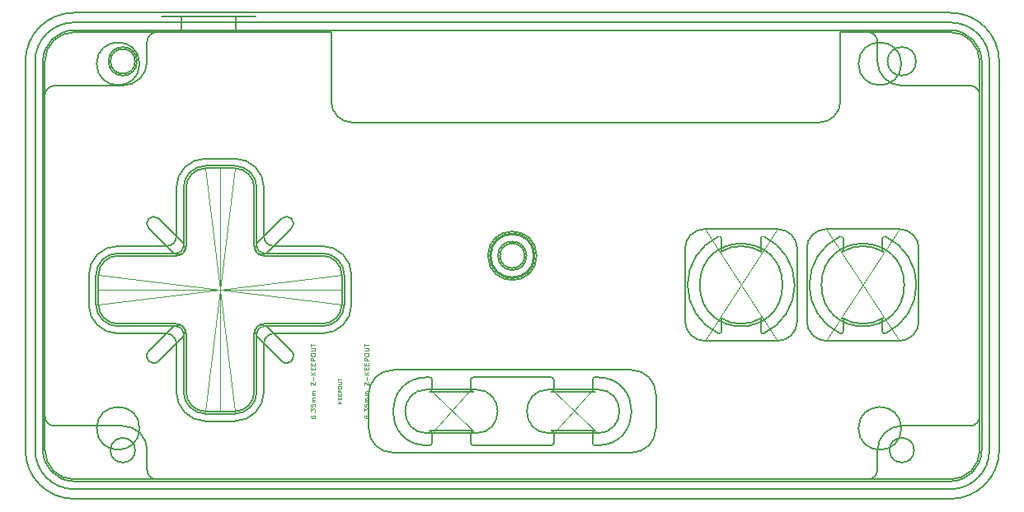
<source format=gbr>
%TF.GenerationSoftware,KiCad,Pcbnew,(6.0.6)*%
%TF.CreationDate,2022-07-15T17:58:14+10:00*%
%TF.ProjectId,SolderingInduction,536f6c64-6572-4696-9e67-496e64756374,1.0.0*%
%TF.SameCoordinates,PX8f0d180PY8f0d180*%
%TF.FileFunction,Other,Comment*%
%FSLAX46Y46*%
G04 Gerber Fmt 4.6, Leading zero omitted, Abs format (unit mm)*
G04 Created by KiCad (PCBNEW (6.0.6)) date 2022-07-15 17:58:14*
%MOMM*%
%LPD*%
G01*
G04 APERTURE LIST*
%ADD10C,0.200000*%
%ADD11C,0.010000*%
%ADD12C,0.125000*%
%ADD13C,0.070000*%
%ADD14C,0.150000*%
G04 APERTURE END LIST*
D10*
X-48000000Y-16500000D02*
G75*
G03*
X-47000000Y-17500000I1000000J0D01*
G01*
D11*
X-30000000Y-3500000D02*
X-17500000Y-3500000D01*
D10*
X27750000Y-3000000D02*
G75*
G03*
X27750000Y-3000000I-4250000J0D01*
G01*
X-36500000Y-23000000D02*
X36500000Y-23000000D01*
X-25500000Y2000000D02*
G75*
G03*
X-24500000Y1000000I1000000J0D01*
G01*
X47000000Y17500000D02*
X40000000Y17500000D01*
X8750000Y-18250000D02*
G75*
G03*
X8750000Y-13750000I0J2250000D01*
G01*
X49000000Y20000000D02*
G75*
G03*
X45000000Y24000000I-4000000J0D01*
G01*
X41264500Y-20000000D02*
G75*
G03*
X41264500Y-20000000I-1264500J0D01*
G01*
X48000000Y-16500000D02*
X48000000Y16500000D01*
X21500000Y-6605551D02*
X21500000Y-7743416D01*
X-4000000Y-18000000D02*
X-8500000Y-18000000D01*
X40000000Y-17500000D02*
X47000000Y-17500000D01*
X-8250000Y-18250000D02*
G75*
G03*
X-8500000Y-18000000I-250000J0D01*
G01*
X38117674Y-6393503D02*
G75*
G03*
X38000000Y-6605551I132126J-211997D01*
G01*
X38357143Y-7969293D02*
G75*
G03*
X38357143Y1969293I-2357143J4969293D01*
G01*
X-36500000Y23000000D02*
X-45000000Y23000000D01*
X-4250000Y-19250000D02*
X-4250000Y-18250000D01*
X-33500000Y-14000000D02*
G75*
G03*
X-31500000Y-16000000I2000000J0D01*
G01*
X-26207114Y1292900D02*
G75*
G03*
X-26207107Y292893I500014J-500000D01*
G01*
X-34000000Y23000000D02*
X-36000000Y23000000D01*
X-3750000Y-13750000D02*
X-8750000Y-13750000D01*
X-31500000Y10000000D02*
G75*
G03*
X-34500000Y7000000I0J-3000000D01*
G01*
X33882326Y393503D02*
G75*
G03*
X34000000Y605551I-132126J211997D01*
G01*
X-28400000Y24600000D02*
X-26400000Y24600000D01*
X-28400000Y24600000D02*
X-28400000Y23000000D01*
X-40500000Y-7250000D02*
X-34500000Y-7250000D01*
X29250000Y750000D02*
X29250000Y-6750000D01*
X21500000Y1743416D02*
X21500000Y605551D01*
X39750000Y-8750000D02*
G75*
G03*
X41750000Y-6750000I0J2000000D01*
G01*
D11*
X-30000000Y-3500000D02*
X-30000000Y9000000D01*
D10*
X38000000Y-7743416D02*
X38000000Y-6605551D01*
X19750000Y2750000D02*
G75*
G03*
X17750000Y750000I0J-2000000D01*
G01*
X19750000Y2750000D02*
X27250000Y2750000D01*
X-50000000Y-20000000D02*
G75*
G03*
X-45000000Y-25000000I5000000J0D01*
G01*
X50000000Y20000000D02*
X50000000Y-20000000D01*
X-19500000Y250000D02*
X-25500000Y250000D01*
X-28400000Y24600000D02*
X-28400000Y23000000D01*
X2500000Y0D02*
G75*
G03*
X2500000Y0I-2500000J0D01*
G01*
X-37500000Y-22000000D02*
G75*
G03*
X-36500000Y-23000000I1000000J0D01*
G01*
X-28500000Y-16250000D02*
G75*
G03*
X-26250000Y-14000000I0J2250000D01*
G01*
X40000000Y-17500000D02*
X47000000Y-17500000D01*
X-33792893Y-7292893D02*
G75*
G03*
X-34792893Y-7292893I-500000J-499999D01*
G01*
X-42500000Y-2000000D02*
X-42500000Y-5000000D01*
D11*
X32250000Y-8750000D02*
X39750000Y2750000D01*
D10*
X-19500000Y-8000000D02*
X-24500000Y-8000000D01*
X8500000Y-18000000D02*
X4000000Y-18000000D01*
X27250000Y-8750000D02*
X19750000Y-8750000D01*
X4250000Y-12750000D02*
G75*
G03*
X4000000Y-12500000I-250000J0D01*
G01*
X40250000Y-3000000D02*
G75*
G03*
X40250000Y-3000000I-4250000J0D01*
G01*
X-26207100Y-7292900D02*
G75*
G03*
X-26207107Y-8292893I500000J-500000D01*
G01*
X-36000000Y24600000D02*
X-34000000Y24600000D01*
X33882353Y-6393460D02*
G75*
G03*
X38117647Y-6393460I2117647J3393460D01*
G01*
X45000000Y-24000000D02*
G75*
G03*
X49000000Y-20000000I0J4000000D01*
G01*
X-33500000Y7000000D02*
X-33500000Y1000000D01*
X8750000Y-19500000D02*
X8500000Y-19500000D01*
X8250000Y-13750000D02*
X8250000Y-12750000D01*
X-37500000Y-20000000D02*
X-37500000Y-22000000D01*
X8250000Y-19250000D02*
G75*
G03*
X8500000Y-19500000I250000J0D01*
G01*
X-40500000Y1000000D02*
G75*
G03*
X-43500000Y-2000000I0J-3000000D01*
G01*
X-28500000Y-17000000D02*
X-31500000Y-17000000D01*
X-4250000Y-13750000D02*
G75*
G03*
X-4000000Y-14000000I250000J0D01*
G01*
X37500000Y20000000D02*
G75*
G03*
X40000000Y17500000I2500000J0D01*
G01*
X29250000Y750000D02*
G75*
G03*
X27250000Y2750000I-2000000J0D01*
G01*
X-17250000Y-2000000D02*
G75*
G03*
X-19500000Y250000I-2250000J0D01*
G01*
X-8500000Y-19500000D02*
X-8750000Y-19500000D01*
X-28500000Y-16000000D02*
G75*
G03*
X-26500000Y-14000000I0J2000000D01*
G01*
X-23671573Y-10828427D02*
G75*
G03*
X-22671573Y-9828427I500000J500000D01*
G01*
X-34000000Y25000000D02*
X-36400000Y25000000D01*
X-37500000Y-20000000D02*
G75*
G03*
X-40000000Y-17500000I-2500000J0D01*
G01*
X-45000000Y24000000D02*
G75*
G03*
X-49000000Y20000000I0J-4000000D01*
G01*
X-35500000Y1000000D02*
G75*
G03*
X-34500000Y2000000I0J1000000D01*
G01*
X47000000Y-17500000D02*
G75*
G03*
X48000000Y-16500000I0J1000000D01*
G01*
X-50000000Y20000000D02*
X-50000000Y-20000000D01*
X-42500000Y-5000000D02*
G75*
G03*
X-40500000Y-7000000I2000000J0D01*
G01*
X37500000Y-22000000D02*
X37500000Y-20000000D01*
X-19500000Y-7000000D02*
G75*
G03*
X-17500000Y-5000000I0J2000000D01*
G01*
X37500000Y20000000D02*
G75*
G03*
X40000000Y17500000I2500000J0D01*
G01*
X4250000Y-18250000D02*
G75*
G03*
X4000000Y-18000000I-250000J0D01*
G01*
X-36500000Y23000000D02*
G75*
G03*
X-37500000Y22000000I0J-1000000D01*
G01*
D11*
X32250000Y2750000D02*
X39750000Y-8750000D01*
D10*
X-48200000Y-20000000D02*
X-48200000Y20000000D01*
X1264500Y0D02*
G75*
G03*
X1264500Y0I-1264500J0D01*
G01*
X-34000000Y25000000D02*
X-28400000Y25000000D01*
X41750000Y750000D02*
X41750000Y-6750000D01*
X-45000000Y25000000D02*
X45000000Y25000000D01*
X34500000Y25000000D02*
X-19400000Y25000000D01*
X-37500000Y-20000000D02*
X-37500000Y-22000000D01*
X12250000Y-20250000D02*
G75*
G03*
X14750000Y-17750000I0J2500000D01*
G01*
X-16500000Y-2000000D02*
X-16500000Y-5000000D01*
X48000000Y16500000D02*
G75*
G03*
X47000000Y17500000I-1000000J0D01*
G01*
X33642863Y-7969280D02*
G75*
G03*
X34000000Y-7743416I107137J225880D01*
G01*
X41464500Y20000000D02*
G75*
G03*
X41464500Y20000000I-1464500J0D01*
G01*
X4250000Y-12750000D02*
X4250000Y-13750000D01*
X-48000000Y-16500000D02*
G75*
G03*
X-47000000Y-17500000I1000000J0D01*
G01*
X-38735500Y-20000000D02*
G75*
G03*
X-38735500Y-20000000I-1264500J0D01*
G01*
X21382353Y-6393460D02*
G75*
G03*
X25617647Y-6393460I2117647J3393460D01*
G01*
X3750000Y-13750000D02*
X8750000Y-13750000D01*
X8250000Y-13750000D02*
G75*
G03*
X8500000Y-14000000I250000J0D01*
G01*
X-38735500Y20000000D02*
G75*
G03*
X-38735500Y20000000I-1264500J0D01*
G01*
X-31500000Y10000000D02*
X-28500000Y10000000D01*
X-19500000Y0D02*
X-25500000Y0D01*
X-40500000Y-7000000D02*
X-34500000Y-7000000D01*
X36500000Y23000000D02*
X45000000Y23000000D01*
X-34000000Y23000000D02*
X-28400000Y23000000D01*
X4000000Y-19500000D02*
X-4000000Y-19500000D01*
X-45000000Y-25000000D02*
X45000000Y-25000000D01*
X-26000000Y25000000D02*
X-28400000Y25000000D01*
X-47000000Y17500000D02*
G75*
G03*
X-48000000Y16500000I0J-1000000D01*
G01*
X-8500000Y-14000000D02*
G75*
G03*
X-8250000Y-13750000I0J250000D01*
G01*
X-8250000Y-18250000D02*
X-8250000Y-19250000D01*
X-33792893Y1292893D02*
X-36328427Y3828427D01*
D11*
X4250000Y-18250000D02*
X8250000Y-13750000D01*
X-30000000Y-3500000D02*
X-42500000Y-3500000D01*
D10*
X-4000000Y-12500000D02*
G75*
G03*
X-4250000Y-12750000I0J-250000D01*
G01*
X4000000Y-14000000D02*
X8500000Y-14000000D01*
X25857143Y-7969293D02*
G75*
G03*
X25857143Y1969293I-2357143J4969293D01*
G01*
X-8750000Y-18250000D02*
X-3750000Y-18250000D01*
X-31500000Y9000000D02*
G75*
G03*
X-33500000Y7000000I0J-2000000D01*
G01*
X-33750000Y-8000000D02*
G75*
G03*
X-34500000Y-7250000I-750000J0D01*
G01*
X45000000Y-23200000D02*
G75*
G03*
X48200000Y-20000000I0J3200000D01*
G01*
X32250000Y2750000D02*
G75*
G03*
X30250000Y750000I0J-2000000D01*
G01*
X-48000000Y20000000D02*
X-48000000Y16500000D01*
X-34500000Y250000D02*
X-40500000Y250000D01*
X-33750000Y-14000000D02*
G75*
G03*
X-31500000Y-16250000I2250000J0D01*
G01*
X-24500000Y1000000D02*
X-19500000Y1000000D01*
X25617647Y393460D02*
G75*
G03*
X21382353Y393460I-2117647J-3393460D01*
G01*
X-28400000Y24600000D02*
X-34000000Y24600000D01*
X41750000Y750000D02*
G75*
G03*
X39750000Y2750000I-2000000J0D01*
G01*
X-31500000Y-16250000D02*
X-28500000Y-16250000D01*
X-4000000Y-18000000D02*
G75*
G03*
X-4250000Y-18250000I0J-250000D01*
G01*
X40000000Y-17500000D02*
G75*
G03*
X37500000Y-20000000I0J-2500000D01*
G01*
X-36328427Y-10828427D02*
X-33792893Y-8292893D01*
X-4000000Y-12500000D02*
X4000000Y-12500000D01*
X14750000Y-14250000D02*
X14750000Y-17750000D01*
X25500000Y-7743416D02*
X25500000Y-6605551D01*
X-49000000Y-20000000D02*
G75*
G03*
X-45000000Y-24000000I4000000J0D01*
G01*
D11*
X19750000Y-8750000D02*
X27250000Y2750000D01*
D10*
X-25500000Y7000000D02*
X-25500000Y2000000D01*
X37500000Y-22000000D02*
X37500000Y-20000000D01*
X-48000000Y-20000000D02*
X-48000000Y-16500000D01*
X47000000Y-17500000D02*
G75*
G03*
X48000000Y-16500000I0J1000000D01*
G01*
X37500000Y22000000D02*
G75*
G03*
X36500000Y23000000I-1000000J0D01*
G01*
X-38735500Y-20000000D02*
G75*
G03*
X-38735500Y-20000000I-1264500J0D01*
G01*
X-24500000Y-8000000D02*
G75*
G03*
X-25500000Y-9000000I0J-1000000D01*
G01*
X37500000Y20000000D02*
X37500000Y22000000D01*
X-18600000Y23000000D02*
X-36500000Y23000000D01*
D11*
X-3750000Y-18250000D02*
X-8500000Y-13750000D01*
D10*
X-8500000Y-14000000D02*
X-4000000Y-14000000D01*
X-34500000Y0D02*
X-40500000Y0D01*
X-19400000Y25000000D02*
X-45000000Y25000000D01*
X-28400000Y23000000D02*
X-28400000Y24600000D01*
X-12250000Y-11750000D02*
G75*
G03*
X-14750000Y-14250000I0J-2500000D01*
G01*
X-48000000Y16500000D02*
X-48000000Y-16500000D01*
X3750000Y-13750000D02*
G75*
G03*
X3750000Y-18250000I0J-2250000D01*
G01*
X-26250000Y7000000D02*
G75*
G03*
X-28500000Y9250000I-2250000J0D01*
G01*
X-43500000Y-5000000D02*
G75*
G03*
X-40500000Y-8000000I3000000J0D01*
G01*
X-25207107Y-7292893D02*
G75*
G03*
X-26207107Y-7292893I-500000J-499999D01*
G01*
X30250000Y-6750000D02*
G75*
G03*
X32250000Y-8750000I2000000J0D01*
G01*
X48000000Y20000000D02*
X48000000Y16500000D01*
X39750000Y-8750000D02*
X32250000Y-8750000D01*
X-50000000Y-20000000D02*
X-50000000Y20000000D01*
X38117647Y393460D02*
G75*
G03*
X33882353Y393460I-2117647J-3393460D01*
G01*
X-33750000Y-8000000D02*
X-33750000Y-14000000D01*
X-36328427Y3828427D02*
G75*
G03*
X-37328427Y2828427I-500000J-500000D01*
G01*
X45000000Y-23000000D02*
X36500000Y-23000000D01*
X-36500000Y23000000D02*
G75*
G03*
X-37500000Y22000000I0J-1000000D01*
G01*
X-28400000Y23000000D02*
X-28400000Y24600000D01*
X-34000000Y24600000D02*
X-28400000Y24600000D01*
X-47000000Y-17500000D02*
X-40000000Y-17500000D01*
X2300000Y0D02*
G75*
G03*
X2300000Y0I-2300000J0D01*
G01*
X-34000000Y23000000D02*
X-34000000Y24600000D01*
X-45000000Y23200000D02*
G75*
G03*
X-48200000Y20000000I0J-3200000D01*
G01*
X4250000Y-18250000D02*
X4250000Y-19250000D01*
X-8250000Y-12750000D02*
G75*
G03*
X-8500000Y-12500000I-250000J0D01*
G01*
X25857137Y1969280D02*
G75*
G03*
X25500000Y1743416I-107137J-225880D01*
G01*
X-48000000Y-20000000D02*
G75*
G03*
X-45000000Y-23000000I3000000J0D01*
G01*
X-34500000Y2000000D02*
X-34500000Y7000000D01*
X38000000Y605551D02*
X38000000Y1743416D01*
X-34000000Y23000000D02*
X-34000000Y24600000D01*
X-26400000Y23000000D02*
X-28400000Y23000000D01*
X50000000Y20000000D02*
G75*
G03*
X45000000Y25000000I-5000000J0D01*
G01*
X8250000Y-19250000D02*
X8250000Y-18250000D01*
X-45000000Y-24000000D02*
X45000000Y-24000000D01*
X33700000Y23000000D02*
X33700000Y15900000D01*
X-47000000Y-17500000D02*
X-40000000Y-17500000D01*
X27250000Y-8750000D02*
G75*
G03*
X29250000Y-6750000I0J2000000D01*
G01*
X36500000Y-23000000D02*
G75*
G03*
X37500000Y-22000000I0J1000000D01*
G01*
X-34500000Y250000D02*
G75*
G03*
X-33750000Y1000000I0J750000D01*
G01*
X21382326Y393503D02*
G75*
G03*
X21500000Y605551I-132126J211997D01*
G01*
X-26500000Y1000000D02*
X-26500000Y7000000D01*
X-26250000Y1000000D02*
X-26250000Y7000000D01*
D11*
X-30000000Y-3500000D02*
X-30000000Y-16000000D01*
D10*
X-33792900Y292900D02*
G75*
G03*
X-33792893Y1292893I-500000J500000D01*
G01*
X30250000Y-6750000D02*
X30250000Y750000D01*
X-14750000Y-17750000D02*
G75*
G03*
X-12250000Y-20250000I2500000J0D01*
G01*
X17750000Y-6750000D02*
G75*
G03*
X19750000Y-8750000I2000000J0D01*
G01*
X-17250000Y-5000000D02*
X-17250000Y-2000000D01*
D11*
X-17500000Y-2000000D02*
X-42500000Y-5000000D01*
D10*
X8500000Y-18000000D02*
G75*
G03*
X8250000Y-18250000I0J-250000D01*
G01*
X25617674Y-6393503D02*
G75*
G03*
X25500000Y-6605551I132126J-211997D01*
G01*
X50000000Y20000000D02*
G75*
G03*
X45000000Y25000000I-5000000J0D01*
G01*
X34000015Y1743416D02*
G75*
G03*
X33642857Y1969293I-250015J-16D01*
G01*
X-45000000Y23000000D02*
G75*
G03*
X-48000000Y20000000I0J-3000000D01*
G01*
X36500000Y-23000000D02*
G75*
G03*
X37500000Y-22000000I0J1000000D01*
G01*
X-12250000Y-11750000D02*
X12250000Y-11750000D01*
X-26207107Y292893D02*
G75*
G03*
X-25207107Y292893I500000J499999D01*
G01*
X25500006Y605551D02*
G75*
G03*
X25617647Y393460I250094J49D01*
G01*
X-42750000Y-2000000D02*
X-42750000Y-5000000D01*
X14750000Y-14250000D02*
G75*
G03*
X12250000Y-11750000I-2500000J0D01*
G01*
X31500000Y13700000D02*
X-16400000Y13700000D01*
X-8750000Y-12500000D02*
X-8500000Y-12500000D01*
X45000000Y-25000000D02*
X-45000000Y-25000000D01*
X-34000000Y24600000D02*
X-34000000Y23000000D01*
X45000000Y-25000000D02*
G75*
G03*
X50000000Y-20000000I0J5000000D01*
G01*
X-47000000Y17500000D02*
X-40000000Y17500000D01*
X-37328427Y2828427D02*
X-34792893Y292893D01*
X21142857Y1969293D02*
G75*
G03*
X21142857Y-7969293I2357143J-4969293D01*
G01*
X38000006Y605551D02*
G75*
G03*
X38117647Y393460I250094J49D01*
G01*
X25500000Y605551D02*
X25500000Y1743416D01*
X45000000Y-23200000D02*
X-45000000Y-23200000D01*
X33999994Y-6605551D02*
G75*
G03*
X33882353Y-6393460I-250094J-49D01*
G01*
X-26207107Y292893D02*
G75*
G03*
X-25500000Y0I707107J707107D01*
G01*
X-37500000Y20000000D02*
X-37500000Y22000000D01*
X-26207107Y-8292893D02*
X-23671573Y-10828427D01*
X21500015Y1743416D02*
G75*
G03*
X21142857Y1969293I-250015J-16D01*
G01*
X-16500000Y-2000000D02*
G75*
G03*
X-19500000Y1000000I-3000000J0D01*
G01*
X-40000000Y17500000D02*
X-47000000Y17500000D01*
X-45000000Y25000000D02*
G75*
G03*
X-50000000Y20000000I0J-5000000D01*
G01*
X21499994Y-6605551D02*
G75*
G03*
X21382353Y-6393460I-250094J-49D01*
G01*
X4000000Y-14000000D02*
G75*
G03*
X4250000Y-13750000I0J250000D01*
G01*
X-35500000Y-8000000D02*
X-40500000Y-8000000D01*
X-3750000Y-18250000D02*
G75*
G03*
X-3750000Y-13750000I0J2250000D01*
G01*
X-48200000Y-20000000D02*
G75*
G03*
X-45000000Y-23200000I3200000J0D01*
G01*
X47000000Y17500000D02*
X40000000Y17500000D01*
X-40000000Y17500000D02*
G75*
G03*
X-37500000Y20000000I0J2500000D01*
G01*
X-45000000Y23200000D02*
X45000000Y23200000D01*
X-43500000Y-5000000D02*
X-43500000Y-2000000D01*
D11*
X-4250000Y-13750000D02*
X-8250000Y-18250000D01*
D10*
X45000000Y25000000D02*
X34500000Y25000000D01*
X8750000Y-19500000D02*
G75*
G03*
X8750000Y-12500000I0J3500000D01*
G01*
D11*
X8750000Y-18250000D02*
X4000000Y-13750000D01*
D10*
X-37500000Y22000000D02*
X-37500000Y20000000D01*
X48200000Y20000000D02*
G75*
G03*
X45000000Y23200000I-3200000J0D01*
G01*
X8500000Y-12500000D02*
G75*
G03*
X8250000Y-12750000I0J-250000D01*
G01*
X-40500000Y0D02*
G75*
G03*
X-42500000Y-2000000I0J-2000000D01*
G01*
X21142863Y-7969280D02*
G75*
G03*
X21500000Y-7743416I107137J225880D01*
G01*
X-28500000Y9250000D02*
X-31500000Y9250000D01*
X-33500000Y-8000000D02*
G75*
G03*
X-33792893Y-7292893I-1000000J0D01*
G01*
D11*
X-31500000Y-16000000D02*
X-28500000Y9000000D01*
D10*
X-45000000Y25000000D02*
G75*
G03*
X-50000000Y20000000I0J-5000000D01*
G01*
X34000000Y1743416D02*
X34000000Y605551D01*
X-8750000Y-13750000D02*
G75*
G03*
X-8750000Y-18250000I0J-2250000D01*
G01*
X-34500000Y-14000000D02*
G75*
G03*
X-31500000Y-17000000I3000000J0D01*
G01*
X-26250000Y1000000D02*
G75*
G03*
X-25500000Y250000I750000J0D01*
G01*
X-4250000Y-19250000D02*
G75*
G03*
X-4000000Y-19500000I250000J0D01*
G01*
X-34500000Y-14000000D02*
X-34500000Y-9000000D01*
X-25500000Y7000000D02*
G75*
G03*
X-28500000Y10000000I-3000000J0D01*
G01*
X-40000000Y17500000D02*
G75*
G03*
X-37500000Y20000000I0J2500000D01*
G01*
X41264500Y-20000000D02*
G75*
G03*
X41264500Y-20000000I-1264500J0D01*
G01*
X-47000000Y17500000D02*
G75*
G03*
X-48000000Y16500000I0J-1000000D01*
G01*
X-26500000Y7000000D02*
G75*
G03*
X-28500000Y9000000I-2000000J0D01*
G01*
X48000000Y-16500000D02*
X48000000Y-20000000D01*
X31500000Y13700000D02*
G75*
G03*
X33700000Y15900000I0J2200000D01*
G01*
X36500000Y23000000D02*
X33700000Y23000000D01*
X-17500000Y-2000000D02*
G75*
G03*
X-19500000Y0I-2000000J0D01*
G01*
X-17500000Y-5000000D02*
X-17500000Y-2000000D01*
X37999985Y-7743416D02*
G75*
G03*
X38357143Y-7969293I250015J16D01*
G01*
X-8750000Y-12500000D02*
G75*
G03*
X-8750000Y-19500000I0J-3500000D01*
G01*
X33642857Y1969293D02*
G75*
G03*
X33642857Y-7969293I2357143J-4969293D01*
G01*
X-8250000Y-12750000D02*
X-8250000Y-13750000D01*
X-26207107Y-7292893D02*
G75*
G03*
X-26500000Y-8000000I707107J-707107D01*
G01*
X-19500000Y-7250000D02*
G75*
G03*
X-17250000Y-5000000I0J2250000D01*
G01*
X45000000Y-25000000D02*
G75*
G03*
X50000000Y-20000000I0J5000000D01*
G01*
X-31500000Y9250000D02*
G75*
G03*
X-33750000Y7000000I0J-2250000D01*
G01*
X8750000Y-18250000D02*
X3750000Y-18250000D01*
X-34792893Y292893D02*
G75*
G03*
X-33792893Y292893I500000J499999D01*
G01*
X-14750000Y-17750000D02*
X-14750000Y-14250000D01*
D11*
X-42500000Y-2000000D02*
X-17500000Y-5000000D01*
D10*
X-26250000Y-14000000D02*
X-26250000Y-8000000D01*
X-33500000Y-8000000D02*
X-33500000Y-14000000D01*
X-33750000Y7000000D02*
X-33750000Y1000000D01*
X-22671573Y2828427D02*
G75*
G03*
X-23671573Y3828427I-500000J500000D01*
G01*
X37500000Y20000000D02*
X37500000Y22000000D01*
X12250000Y-20250000D02*
X-12250000Y-20250000D01*
X-25500000Y-7000000D02*
G75*
G03*
X-26207107Y-7292893I0J-1000000D01*
G01*
X48200000Y20000000D02*
X48200000Y-20000000D01*
X-37500000Y-20000000D02*
G75*
G03*
X-40000000Y-17500000I-2500000J0D01*
G01*
X-28400000Y23000000D02*
X-34000000Y23000000D01*
X-26500000Y1000000D02*
G75*
G03*
X-26207107Y292893I1000000J0D01*
G01*
X-34792893Y-7292893D02*
X-37328427Y-9828427D01*
X-18600000Y15900000D02*
G75*
G03*
X-16400000Y13700000I2200000J0D01*
G01*
X-28400000Y25000000D02*
X-34000000Y25000000D01*
X40000000Y-17500000D02*
G75*
G03*
X37500000Y-20000000I0J-2500000D01*
G01*
X37500000Y22000000D02*
G75*
G03*
X36500000Y23000000I-1000000J0D01*
G01*
X38357137Y1969280D02*
G75*
G03*
X38000000Y1743416I-107137J-225880D01*
G01*
X-26500000Y-14000000D02*
X-26500000Y-8000000D01*
X32250000Y2750000D02*
X39750000Y2750000D01*
X-34500000Y-9000000D02*
G75*
G03*
X-35500000Y-8000000I-1000000J0D01*
G01*
X4000000Y-19500000D02*
G75*
G03*
X4250000Y-19250000I0J250000D01*
G01*
X-28500000Y9000000D02*
X-31500000Y9000000D01*
X-40500000Y1000000D02*
X-35500000Y1000000D01*
X17750000Y-6750000D02*
X17750000Y750000D01*
X-31500000Y-16000000D02*
X-28500000Y-16000000D01*
X-18600000Y15900000D02*
X-18600000Y23000000D01*
X-4250000Y-13750000D02*
X-4250000Y-12750000D01*
X-28500000Y-17000000D02*
G75*
G03*
X-25500000Y-14000000I0J3000000D01*
G01*
X49000000Y-20000000D02*
X49000000Y20000000D01*
X48000000Y16500000D02*
G75*
G03*
X47000000Y17500000I-1000000J0D01*
G01*
X-36500000Y-23000000D02*
X-45000000Y-23000000D01*
X-25500000Y-7000000D02*
X-19500000Y-7000000D01*
X-40500000Y250000D02*
G75*
G03*
X-42750000Y-2000000I0J-2250000D01*
G01*
X-33792893Y292893D02*
G75*
G03*
X-33500000Y1000000I-707107J707107D01*
G01*
D11*
X19750000Y2750000D02*
X27250000Y-8750000D01*
D10*
X-33792886Y-8292900D02*
G75*
G03*
X-33792893Y-7292893I-500014J500000D01*
G01*
X-19500000Y-8000000D02*
G75*
G03*
X-16500000Y-5000000I0J3000000D01*
G01*
X-49000000Y20000000D02*
X-49000000Y-20000000D01*
X-23671573Y3828427D02*
X-26207107Y1292893D01*
X25499985Y-7743416D02*
G75*
G03*
X25857143Y-7969293I250015J16D01*
G01*
X34000000Y-6605551D02*
X34000000Y-7743416D01*
X-25500000Y-9000000D02*
X-25500000Y-14000000D01*
X48000000Y20000000D02*
G75*
G03*
X45000000Y23000000I-3000000J0D01*
G01*
X-33792893Y-7292893D02*
G75*
G03*
X-34500000Y-7000000I-707107J-707107D01*
G01*
D11*
X-28500000Y-16000000D02*
X-31500000Y9000000D01*
D10*
X-25207107Y292893D02*
X-22671573Y2828427D01*
X50000000Y-20000000D02*
X50000000Y20000000D01*
X-37500000Y-22000000D02*
G75*
G03*
X-36500000Y-23000000I1000000J0D01*
G01*
X-22671573Y-9828427D02*
X-25207107Y-7292893D01*
X8500000Y-12500000D02*
X8750000Y-12500000D01*
X-8500000Y-19500000D02*
G75*
G03*
X-8250000Y-19250000I0J250000D01*
G01*
X1464500Y0D02*
G75*
G03*
X1464500Y0I-1464500J0D01*
G01*
X-37328427Y-9828427D02*
G75*
G03*
X-36328427Y-10828427I500000J-500000D01*
G01*
X-34000000Y24600000D02*
X-34000000Y23000000D01*
X45000000Y24000000D02*
X-45000000Y24000000D01*
X-25500000Y-7250000D02*
G75*
G03*
X-26250000Y-8000000I0J-750000D01*
G01*
X-50000000Y-20000000D02*
G75*
G03*
X-45000000Y-25000000I5000000J0D01*
G01*
X-42750000Y-5000000D02*
G75*
G03*
X-40500000Y-7250000I2250000J0D01*
G01*
X-25500000Y-7250000D02*
X-19500000Y-7250000D01*
X-38535500Y20000000D02*
G75*
G03*
X-38535500Y20000000I-1464500J0D01*
G01*
X45000000Y-23000000D02*
G75*
G03*
X48000000Y-20000000I0J3000000D01*
G01*
X-34500000Y0D02*
G75*
G03*
X-33792893Y292893I0J1000000D01*
G01*
D12*
%TO.C,J2*%
X-15223810Y-16471428D02*
X-15223810Y-16566666D01*
X-15200000Y-16614285D01*
X-15176191Y-16638095D01*
X-15104762Y-16685714D01*
X-15009524Y-16709523D01*
X-14819048Y-16709523D01*
X-14771429Y-16685714D01*
X-14747620Y-16661904D01*
X-14723810Y-16614285D01*
X-14723810Y-16519047D01*
X-14747620Y-16471428D01*
X-14771429Y-16447619D01*
X-14819048Y-16423809D01*
X-14938096Y-16423809D01*
X-14985715Y-16447619D01*
X-15009524Y-16471428D01*
X-15033334Y-16519047D01*
X-15033334Y-16614285D01*
X-15009524Y-16661904D01*
X-14985715Y-16685714D01*
X-14938096Y-16709523D01*
X-14771429Y-16209523D02*
X-14747620Y-16185714D01*
X-14723810Y-16209523D01*
X-14747620Y-16233333D01*
X-14771429Y-16209523D01*
X-14723810Y-16209523D01*
X-15223810Y-16019047D02*
X-15223810Y-15709523D01*
X-15033334Y-15876190D01*
X-15033334Y-15804761D01*
X-15009524Y-15757142D01*
X-14985715Y-15733333D01*
X-14938096Y-15709523D01*
X-14819048Y-15709523D01*
X-14771429Y-15733333D01*
X-14747620Y-15757142D01*
X-14723810Y-15804761D01*
X-14723810Y-15947619D01*
X-14747620Y-15995238D01*
X-14771429Y-16019047D01*
X-15223810Y-15257142D02*
X-15223810Y-15495238D01*
X-14985715Y-15519047D01*
X-15009524Y-15495238D01*
X-15033334Y-15447619D01*
X-15033334Y-15328571D01*
X-15009524Y-15280952D01*
X-14985715Y-15257142D01*
X-14938096Y-15233333D01*
X-14819048Y-15233333D01*
X-14771429Y-15257142D01*
X-14747620Y-15280952D01*
X-14723810Y-15328571D01*
X-14723810Y-15447619D01*
X-14747620Y-15495238D01*
X-14771429Y-15519047D01*
X-14723810Y-15019047D02*
X-15057143Y-15019047D01*
X-15009524Y-15019047D02*
X-15033334Y-14995238D01*
X-15057143Y-14947619D01*
X-15057143Y-14876190D01*
X-15033334Y-14828571D01*
X-14985715Y-14804761D01*
X-14723810Y-14804761D01*
X-14985715Y-14804761D02*
X-15033334Y-14780952D01*
X-15057143Y-14733333D01*
X-15057143Y-14661904D01*
X-15033334Y-14614285D01*
X-14985715Y-14590476D01*
X-14723810Y-14590476D01*
X-14723810Y-14352380D02*
X-15057143Y-14352380D01*
X-15009524Y-14352380D02*
X-15033334Y-14328571D01*
X-15057143Y-14280952D01*
X-15057143Y-14209523D01*
X-15033334Y-14161904D01*
X-14985715Y-14138095D01*
X-14723810Y-14138095D01*
X-14985715Y-14138095D02*
X-15033334Y-14114285D01*
X-15057143Y-14066666D01*
X-15057143Y-13995238D01*
X-15033334Y-13947619D01*
X-14985715Y-13923809D01*
X-14723810Y-13923809D01*
X-15223810Y-13352380D02*
X-15223810Y-13019047D01*
X-14723810Y-13352380D01*
X-14723810Y-13019047D01*
X-14914286Y-12828571D02*
X-14914286Y-12447619D01*
X-14723810Y-12209523D02*
X-15223810Y-12209523D01*
X-14723810Y-11923809D02*
X-15009524Y-12138095D01*
X-15223810Y-11923809D02*
X-14938096Y-12209523D01*
X-14985715Y-11709523D02*
X-14985715Y-11542857D01*
X-14723810Y-11471428D02*
X-14723810Y-11709523D01*
X-15223810Y-11709523D01*
X-15223810Y-11471428D01*
X-14985715Y-11257142D02*
X-14985715Y-11090476D01*
X-14723810Y-11019047D02*
X-14723810Y-11257142D01*
X-15223810Y-11257142D01*
X-15223810Y-11019047D01*
X-14723810Y-10804761D02*
X-15223810Y-10804761D01*
X-15223810Y-10614285D01*
X-15200000Y-10566666D01*
X-15176191Y-10542857D01*
X-15128572Y-10519047D01*
X-15057143Y-10519047D01*
X-15009524Y-10542857D01*
X-14985715Y-10566666D01*
X-14961905Y-10614285D01*
X-14961905Y-10804761D01*
X-15223810Y-10209523D02*
X-15223810Y-10114285D01*
X-15200000Y-10066666D01*
X-15152381Y-10019047D01*
X-15057143Y-9995238D01*
X-14890477Y-9995238D01*
X-14795239Y-10019047D01*
X-14747620Y-10066666D01*
X-14723810Y-10114285D01*
X-14723810Y-10209523D01*
X-14747620Y-10257142D01*
X-14795239Y-10304761D01*
X-14890477Y-10328571D01*
X-15057143Y-10328571D01*
X-15152381Y-10304761D01*
X-15200000Y-10257142D01*
X-15223810Y-10209523D01*
X-15223810Y-9780952D02*
X-14819048Y-9780952D01*
X-14771429Y-9757142D01*
X-14747620Y-9733333D01*
X-14723810Y-9685714D01*
X-14723810Y-9590476D01*
X-14747620Y-9542857D01*
X-14771429Y-9519047D01*
X-14819048Y-9495238D01*
X-15223810Y-9495238D01*
X-15223810Y-9328571D02*
X-15223810Y-9042857D01*
X-14723810Y-9185714D02*
X-15223810Y-9185714D01*
X-20723810Y-16471428D02*
X-20723810Y-16566666D01*
X-20700000Y-16614285D01*
X-20676191Y-16638095D01*
X-20604762Y-16685714D01*
X-20509524Y-16709523D01*
X-20319048Y-16709523D01*
X-20271429Y-16685714D01*
X-20247620Y-16661904D01*
X-20223810Y-16614285D01*
X-20223810Y-16519047D01*
X-20247620Y-16471428D01*
X-20271429Y-16447619D01*
X-20319048Y-16423809D01*
X-20438096Y-16423809D01*
X-20485715Y-16447619D01*
X-20509524Y-16471428D01*
X-20533334Y-16519047D01*
X-20533334Y-16614285D01*
X-20509524Y-16661904D01*
X-20485715Y-16685714D01*
X-20438096Y-16709523D01*
X-20271429Y-16209523D02*
X-20247620Y-16185714D01*
X-20223810Y-16209523D01*
X-20247620Y-16233333D01*
X-20271429Y-16209523D01*
X-20223810Y-16209523D01*
X-20723810Y-16019047D02*
X-20723810Y-15709523D01*
X-20533334Y-15876190D01*
X-20533334Y-15804761D01*
X-20509524Y-15757142D01*
X-20485715Y-15733333D01*
X-20438096Y-15709523D01*
X-20319048Y-15709523D01*
X-20271429Y-15733333D01*
X-20247620Y-15757142D01*
X-20223810Y-15804761D01*
X-20223810Y-15947619D01*
X-20247620Y-15995238D01*
X-20271429Y-16019047D01*
X-20723810Y-15257142D02*
X-20723810Y-15495238D01*
X-20485715Y-15519047D01*
X-20509524Y-15495238D01*
X-20533334Y-15447619D01*
X-20533334Y-15328571D01*
X-20509524Y-15280952D01*
X-20485715Y-15257142D01*
X-20438096Y-15233333D01*
X-20319048Y-15233333D01*
X-20271429Y-15257142D01*
X-20247620Y-15280952D01*
X-20223810Y-15328571D01*
X-20223810Y-15447619D01*
X-20247620Y-15495238D01*
X-20271429Y-15519047D01*
X-20223810Y-15019047D02*
X-20557143Y-15019047D01*
X-20509524Y-15019047D02*
X-20533334Y-14995238D01*
X-20557143Y-14947619D01*
X-20557143Y-14876190D01*
X-20533334Y-14828571D01*
X-20485715Y-14804761D01*
X-20223810Y-14804761D01*
X-20485715Y-14804761D02*
X-20533334Y-14780952D01*
X-20557143Y-14733333D01*
X-20557143Y-14661904D01*
X-20533334Y-14614285D01*
X-20485715Y-14590476D01*
X-20223810Y-14590476D01*
X-20223810Y-14352380D02*
X-20557143Y-14352380D01*
X-20509524Y-14352380D02*
X-20533334Y-14328571D01*
X-20557143Y-14280952D01*
X-20557143Y-14209523D01*
X-20533334Y-14161904D01*
X-20485715Y-14138095D01*
X-20223810Y-14138095D01*
X-20485715Y-14138095D02*
X-20533334Y-14114285D01*
X-20557143Y-14066666D01*
X-20557143Y-13995238D01*
X-20533334Y-13947619D01*
X-20485715Y-13923809D01*
X-20223810Y-13923809D01*
X-20723810Y-13352380D02*
X-20723810Y-13019047D01*
X-20223810Y-13352380D01*
X-20223810Y-13019047D01*
X-20414286Y-12828571D02*
X-20414286Y-12447619D01*
X-20223810Y-12209523D02*
X-20723810Y-12209523D01*
X-20223810Y-11923809D02*
X-20509524Y-12138095D01*
X-20723810Y-11923809D02*
X-20438096Y-12209523D01*
X-20485715Y-11709523D02*
X-20485715Y-11542857D01*
X-20223810Y-11471428D02*
X-20223810Y-11709523D01*
X-20723810Y-11709523D01*
X-20723810Y-11471428D01*
X-20485715Y-11257142D02*
X-20485715Y-11090476D01*
X-20223810Y-11019047D02*
X-20223810Y-11257142D01*
X-20723810Y-11257142D01*
X-20723810Y-11019047D01*
X-20223810Y-10804761D02*
X-20723810Y-10804761D01*
X-20723810Y-10614285D01*
X-20700000Y-10566666D01*
X-20676191Y-10542857D01*
X-20628572Y-10519047D01*
X-20557143Y-10519047D01*
X-20509524Y-10542857D01*
X-20485715Y-10566666D01*
X-20461905Y-10614285D01*
X-20461905Y-10804761D01*
X-20723810Y-10209523D02*
X-20723810Y-10114285D01*
X-20700000Y-10066666D01*
X-20652381Y-10019047D01*
X-20557143Y-9995238D01*
X-20390477Y-9995238D01*
X-20295239Y-10019047D01*
X-20247620Y-10066666D01*
X-20223810Y-10114285D01*
X-20223810Y-10209523D01*
X-20247620Y-10257142D01*
X-20295239Y-10304761D01*
X-20390477Y-10328571D01*
X-20557143Y-10328571D01*
X-20652381Y-10304761D01*
X-20700000Y-10257142D01*
X-20723810Y-10209523D01*
X-20723810Y-9780952D02*
X-20319048Y-9780952D01*
X-20271429Y-9757142D01*
X-20247620Y-9733333D01*
X-20223810Y-9685714D01*
X-20223810Y-9590476D01*
X-20247620Y-9542857D01*
X-20271429Y-9519047D01*
X-20319048Y-9495238D01*
X-20723810Y-9495238D01*
X-20723810Y-9328571D02*
X-20723810Y-9042857D01*
X-20223810Y-9185714D02*
X-20723810Y-9185714D01*
D13*
X-17519048Y-15138095D02*
X-17919048Y-15138095D01*
X-17519048Y-14909523D02*
X-17747620Y-15080952D01*
X-17919048Y-14909523D02*
X-17690477Y-15138095D01*
X-17728572Y-14738095D02*
X-17728572Y-14604761D01*
X-17519048Y-14547619D02*
X-17519048Y-14738095D01*
X-17919048Y-14738095D01*
X-17919048Y-14547619D01*
X-17728572Y-14376190D02*
X-17728572Y-14242857D01*
X-17519048Y-14185714D02*
X-17519048Y-14376190D01*
X-17919048Y-14376190D01*
X-17919048Y-14185714D01*
X-17519048Y-14014285D02*
X-17919048Y-14014285D01*
X-17919048Y-13861904D01*
X-17900000Y-13823809D01*
X-17880953Y-13804761D01*
X-17842858Y-13785714D01*
X-17785715Y-13785714D01*
X-17747620Y-13804761D01*
X-17728572Y-13823809D01*
X-17709524Y-13861904D01*
X-17709524Y-14014285D01*
X-17919048Y-13538095D02*
X-17919048Y-13461904D01*
X-17900000Y-13423809D01*
X-17861905Y-13385714D01*
X-17785715Y-13366666D01*
X-17652381Y-13366666D01*
X-17576191Y-13385714D01*
X-17538096Y-13423809D01*
X-17519048Y-13461904D01*
X-17519048Y-13538095D01*
X-17538096Y-13576190D01*
X-17576191Y-13614285D01*
X-17652381Y-13633333D01*
X-17785715Y-13633333D01*
X-17861905Y-13614285D01*
X-17900000Y-13576190D01*
X-17919048Y-13538095D01*
X-17919048Y-13195238D02*
X-17595239Y-13195238D01*
X-17557143Y-13176190D01*
X-17538096Y-13157142D01*
X-17519048Y-13119047D01*
X-17519048Y-13042857D01*
X-17538096Y-13004761D01*
X-17557143Y-12985714D01*
X-17595239Y-12966666D01*
X-17919048Y-12966666D01*
X-17919048Y-12833333D02*
X-17919048Y-12604761D01*
X-17519048Y-12719047D02*
X-17919048Y-12719047D01*
D14*
%TO.C,H2*%
X39950000Y19750000D02*
G75*
G03*
X39950000Y19750000I-2200000J0D01*
G01*
%TO.C,H4*%
X-38275000Y-17750000D02*
G75*
G03*
X-38275000Y-17750000I-2200000J0D01*
G01*
%TO.C,H3*%
X2200000Y0D02*
G75*
G03*
X2200000Y0I-2200000J0D01*
G01*
%TO.C,H5*%
X39950000Y-17750000D02*
G75*
G03*
X39950000Y-17750000I-2200000J0D01*
G01*
%TO.C,H1*%
X-38275000Y19750000D02*
G75*
G03*
X-38275000Y19750000I-2200000J0D01*
G01*
%TD*%
M02*

</source>
